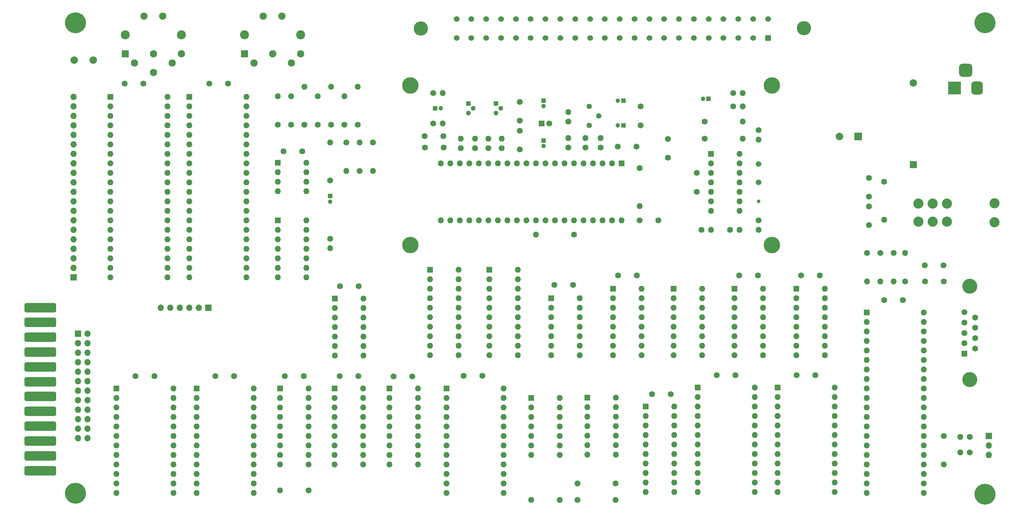
<source format=gbr>
%TF.GenerationSoftware,KiCad,Pcbnew,(6.0.4-0)*%
%TF.CreationDate,2022-05-16T08:16:05-04:00*%
%TF.ProjectId,VIC20Reloaded-1.1-002,56494332-3052-4656-9c6f-616465642d31,1.1-002D*%
%TF.SameCoordinates,Original*%
%TF.FileFunction,Soldermask,Bot*%
%TF.FilePolarity,Negative*%
%FSLAX46Y46*%
G04 Gerber Fmt 4.6, Leading zero omitted, Abs format (unit mm)*
G04 Created by KiCad (PCBNEW (6.0.4-0)) date 2022-05-16 08:16:05*
%MOMM*%
%LPD*%
G01*
G04 APERTURE LIST*
G04 Aperture macros list*
%AMRoundRect*
0 Rectangle with rounded corners*
0 $1 Rounding radius*
0 $2 $3 $4 $5 $6 $7 $8 $9 X,Y pos of 4 corners*
0 Add a 4 corners polygon primitive as box body*
4,1,4,$2,$3,$4,$5,$6,$7,$8,$9,$2,$3,0*
0 Add four circle primitives for the rounded corners*
1,1,$1+$1,$2,$3*
1,1,$1+$1,$4,$5*
1,1,$1+$1,$6,$7*
1,1,$1+$1,$8,$9*
0 Add four rect primitives between the rounded corners*
20,1,$1+$1,$2,$3,$4,$5,0*
20,1,$1+$1,$4,$5,$6,$7,0*
20,1,$1+$1,$6,$7,$8,$9,0*
20,1,$1+$1,$8,$9,$2,$3,0*%
G04 Aperture macros list end*
%ADD10C,1.600000*%
%ADD11R,1.200000X1.200000*%
%ADD12C,1.200000*%
%ADD13R,1.600000X1.600000*%
%ADD14O,1.600000X1.600000*%
%ADD15RoundRect,0.444500X3.784600X-0.800100X3.784600X0.800100X-3.784600X0.800100X-3.784600X-0.800100X0*%
%ADD16C,2.400000*%
%ADD17R,1.950000X1.950000*%
%ADD18C,1.950000*%
%ADD19R,3.500000X3.500000*%
%ADD20RoundRect,0.750000X0.750000X1.000000X-0.750000X1.000000X-0.750000X-1.000000X0.750000X-1.000000X0*%
%ADD21RoundRect,0.875000X0.875000X0.875000X-0.875000X0.875000X-0.875000X-0.875000X0.875000X-0.875000X0*%
%ADD22R,1.700000X1.700000*%
%ADD23O,1.700000X1.700000*%
%ADD24R,1.300000X1.300000*%
%ADD25C,1.300000*%
%ADD26C,1.500000*%
%ADD27C,1.440000*%
%ADD28C,5.600000*%
%ADD29C,2.700000*%
%ADD30C,4.400000*%
%ADD31R,2.000000X2.000000*%
%ADD32C,2.000000*%
%ADD33C,1.000000*%
%ADD34C,4.000000*%
%ADD35R,1.980000X1.980000*%
%ADD36C,1.980000*%
%ADD37R,1.524000X1.524000*%
%ADD38C,1.524000*%
%ADD39C,3.810000*%
G04 APERTURE END LIST*
D10*
X218313000Y-67771000D03*
X218313000Y-72771000D03*
D11*
X177419000Y-48387000D03*
D12*
X177419000Y-49887000D03*
D11*
X221466000Y-47920000D03*
D12*
X219966000Y-47920000D03*
D11*
X198731000Y-48387000D03*
D12*
X197231000Y-48387000D03*
D10*
X203073000Y-80391000D03*
X208073000Y-80391000D03*
X145669000Y-57912000D03*
X150669000Y-57912000D03*
X197231000Y-60706000D03*
X202231000Y-60706000D03*
D11*
X177419000Y-59055000D03*
D12*
X177419000Y-60555000D03*
D10*
X171069000Y-61468000D03*
X171069000Y-56468000D03*
D13*
X176911000Y-54483000D03*
D10*
X178911000Y-54483000D03*
X113364000Y-122047000D03*
X108364000Y-122047000D03*
X284186000Y-92456000D03*
X279186000Y-92456000D03*
X284226000Y-96774000D03*
X279226000Y-96774000D03*
X142367000Y-122174000D03*
X137367000Y-122174000D03*
X127969000Y-122047000D03*
X122969000Y-122047000D03*
X73486000Y-122047000D03*
X68486000Y-122047000D03*
X128016000Y-98044000D03*
X123016000Y-98044000D03*
X161036000Y-121969000D03*
X156036000Y-121969000D03*
X251126000Y-95123000D03*
X246126000Y-95123000D03*
X88138000Y-43815000D03*
X93138000Y-43815000D03*
X70532000Y-43815000D03*
X65532000Y-43815000D03*
X112950000Y-61976000D03*
X107950000Y-61976000D03*
D11*
X120396000Y-73914000D03*
D12*
X120396000Y-75414000D03*
D10*
X94742000Y-122047000D03*
X89742000Y-122047000D03*
X180293000Y-97663000D03*
X185293000Y-97663000D03*
X210566000Y-63674000D03*
X210566000Y-58674000D03*
X203327000Y-54991000D03*
X203327000Y-49991000D03*
X291211000Y-138303000D03*
D14*
X288671000Y-138303000D03*
D10*
X291211000Y-142494000D03*
D14*
X288671000Y-142494000D03*
D10*
X220450000Y-58588000D03*
D14*
X230610000Y-58588000D03*
D10*
X219583000Y-82931000D03*
D14*
X222123000Y-82931000D03*
D10*
X120396000Y-69723000D03*
D14*
X120396000Y-59563000D03*
D10*
X184023000Y-60960000D03*
D14*
X184023000Y-58420000D03*
D10*
X185547000Y-84201000D03*
D14*
X175387000Y-84201000D03*
D10*
X120396000Y-85344000D03*
D14*
X120396000Y-87884000D03*
D10*
X186436000Y-155194000D03*
D14*
X196596000Y-155194000D03*
D10*
X196596000Y-150749000D03*
D14*
X186436000Y-150749000D03*
D15*
X43055000Y-103765800D03*
X43055000Y-107728200D03*
X43055000Y-111690600D03*
X43055000Y-115653000D03*
X43055000Y-119615400D03*
X43055000Y-123577800D03*
X43055000Y-127540200D03*
X43055000Y-131502600D03*
X43055000Y-135465000D03*
X43055000Y-139427400D03*
X43055000Y-143389800D03*
X43030000Y-147379200D03*
D16*
X80732000Y-30854000D03*
X65732000Y-30854000D03*
D17*
X65732000Y-35854000D03*
D18*
X68232000Y-38354000D03*
X73232000Y-35854000D03*
X78232000Y-38354000D03*
X80732000Y-35854000D03*
X73232000Y-40854000D03*
X75732000Y-25854000D03*
X70732000Y-25854000D03*
D19*
X287116000Y-45021500D03*
D20*
X293116000Y-45021500D03*
D21*
X290116000Y-40321500D03*
D22*
X51943000Y-95631000D03*
D23*
X51943000Y-93091000D03*
X51943000Y-90551000D03*
X51943000Y-88011000D03*
X51943000Y-85471000D03*
X51943000Y-82931000D03*
X51943000Y-80391000D03*
X51943000Y-77851000D03*
X51943000Y-75311000D03*
X51943000Y-72771000D03*
X51943000Y-70231000D03*
X51943000Y-67691000D03*
X51943000Y-65151000D03*
X51943000Y-62611000D03*
X51943000Y-60071000D03*
X51943000Y-57531000D03*
X51943000Y-54991000D03*
X51943000Y-52451000D03*
X51943000Y-49911000D03*
X51943000Y-47371000D03*
D24*
X164719000Y-49149000D03*
D25*
X165989000Y-50419000D03*
X164719000Y-51689000D03*
D10*
X263732000Y-89154000D03*
D14*
X263732000Y-96774000D03*
D10*
X267288000Y-89154000D03*
D14*
X267288000Y-96774000D03*
D10*
X270844000Y-89154000D03*
D14*
X270844000Y-96774000D03*
D10*
X228070000Y-46396000D03*
D14*
X230610000Y-46396000D03*
D10*
X228070000Y-49952000D03*
D14*
X230610000Y-49952000D03*
D10*
X234823000Y-56261000D03*
D14*
X234823000Y-58801000D03*
D10*
X155321000Y-61087000D03*
D14*
X155321000Y-58547000D03*
D10*
X188595000Y-60960000D03*
D14*
X188595000Y-58420000D03*
D10*
X162687000Y-61087000D03*
D14*
X162687000Y-58547000D03*
D10*
X159131000Y-61087000D03*
D14*
X159131000Y-58547000D03*
D10*
X273892000Y-96774000D03*
D14*
X273892000Y-89154000D03*
D10*
X174070000Y-155194000D03*
D14*
X181690000Y-155194000D03*
D10*
X106426000Y-54864000D03*
D14*
X106426000Y-47244000D03*
D10*
X284226000Y-138049000D03*
D14*
X284226000Y-145669000D03*
D10*
X131826000Y-59563000D03*
D14*
X131826000Y-67183000D03*
D10*
X128270000Y-67183000D03*
D14*
X128270000Y-59563000D03*
D10*
X124714000Y-59563000D03*
D14*
X124714000Y-67183000D03*
D10*
X147955000Y-54483000D03*
D14*
X150495000Y-54483000D03*
D10*
X234823000Y-80391000D03*
D14*
X234823000Y-82931000D03*
D10*
X114681000Y-152654000D03*
D14*
X107061000Y-152654000D03*
D10*
X147955000Y-46355000D03*
D14*
X150495000Y-46355000D03*
D13*
X84789000Y-125349000D03*
D14*
X84789000Y-127889000D03*
X84789000Y-130429000D03*
X84789000Y-132969000D03*
X84789000Y-135509000D03*
X84789000Y-138049000D03*
X84789000Y-140589000D03*
X84789000Y-143129000D03*
X84789000Y-145669000D03*
X84789000Y-148209000D03*
X84789000Y-150749000D03*
X84789000Y-153289000D03*
X100029000Y-153289000D03*
X100029000Y-150749000D03*
X100029000Y-148209000D03*
X100029000Y-145669000D03*
X100029000Y-143129000D03*
X100029000Y-140589000D03*
X100029000Y-138049000D03*
X100029000Y-135509000D03*
X100029000Y-132969000D03*
X100029000Y-130429000D03*
X100029000Y-127889000D03*
X100029000Y-125349000D03*
D13*
X63326000Y-125349000D03*
D14*
X63326000Y-127889000D03*
X63326000Y-130429000D03*
X63326000Y-132969000D03*
X63326000Y-135509000D03*
X63326000Y-138049000D03*
X63326000Y-140589000D03*
X63326000Y-143129000D03*
X63326000Y-145669000D03*
X63326000Y-148209000D03*
X63326000Y-150749000D03*
X63326000Y-153289000D03*
X78566000Y-153289000D03*
X78566000Y-150749000D03*
X78566000Y-148209000D03*
X78566000Y-145669000D03*
X78566000Y-143129000D03*
X78566000Y-140589000D03*
X78566000Y-138049000D03*
X78566000Y-135509000D03*
X78566000Y-132969000D03*
X78566000Y-130429000D03*
X78566000Y-127889000D03*
X78566000Y-125349000D03*
D13*
X61722000Y-47371000D03*
D14*
X61722000Y-49911000D03*
X61722000Y-52451000D03*
X61722000Y-54991000D03*
X61722000Y-57531000D03*
X61722000Y-60071000D03*
X61722000Y-62611000D03*
X61722000Y-65151000D03*
X61722000Y-67691000D03*
X61722000Y-70231000D03*
X61722000Y-72771000D03*
X61722000Y-75311000D03*
X61722000Y-77851000D03*
X61722000Y-80391000D03*
X61722000Y-82931000D03*
X61722000Y-85471000D03*
X61722000Y-88011000D03*
X61722000Y-90551000D03*
X61722000Y-93091000D03*
X61722000Y-95631000D03*
X76962000Y-95631000D03*
X76962000Y-93091000D03*
X76962000Y-90551000D03*
X76962000Y-88011000D03*
X76962000Y-85471000D03*
X76962000Y-82931000D03*
X76962000Y-80391000D03*
X76962000Y-77851000D03*
X76962000Y-75311000D03*
X76962000Y-72771000D03*
X76962000Y-70231000D03*
X76962000Y-67691000D03*
X76962000Y-65151000D03*
X76962000Y-62611000D03*
X76962000Y-60071000D03*
X76962000Y-57531000D03*
X76962000Y-54991000D03*
X76962000Y-52451000D03*
X76962000Y-49911000D03*
X76962000Y-47371000D03*
D13*
X82804000Y-47371000D03*
D14*
X82804000Y-49911000D03*
X82804000Y-52451000D03*
X82804000Y-54991000D03*
X82804000Y-57531000D03*
X82804000Y-60071000D03*
X82804000Y-62611000D03*
X82804000Y-65151000D03*
X82804000Y-67691000D03*
X82804000Y-70231000D03*
X82804000Y-72771000D03*
X82804000Y-75311000D03*
X82804000Y-77851000D03*
X82804000Y-80391000D03*
X82804000Y-82931000D03*
X82804000Y-85471000D03*
X82804000Y-88011000D03*
X82804000Y-90551000D03*
X82804000Y-93091000D03*
X82804000Y-95631000D03*
X98044000Y-95631000D03*
X98044000Y-93091000D03*
X98044000Y-90551000D03*
X98044000Y-88011000D03*
X98044000Y-85471000D03*
X98044000Y-82931000D03*
X98044000Y-80391000D03*
X98044000Y-77851000D03*
X98044000Y-75311000D03*
X98044000Y-72771000D03*
X98044000Y-70231000D03*
X98044000Y-67691000D03*
X98044000Y-65151000D03*
X98044000Y-62611000D03*
X98044000Y-60071000D03*
X98044000Y-57531000D03*
X98044000Y-54991000D03*
X98044000Y-52451000D03*
X98044000Y-49911000D03*
X98044000Y-47371000D03*
D13*
X106426000Y-65024000D03*
D14*
X106426000Y-67564000D03*
X106426000Y-70104000D03*
X106426000Y-72644000D03*
X114046000Y-72644000D03*
X114046000Y-70104000D03*
X114046000Y-67564000D03*
X114046000Y-65024000D03*
D13*
X198247000Y-65151000D03*
D14*
X195707000Y-65151000D03*
X193167000Y-65151000D03*
X190627000Y-65151000D03*
X188087000Y-65151000D03*
X185547000Y-65151000D03*
X183007000Y-65151000D03*
X180467000Y-65151000D03*
X177927000Y-65151000D03*
X175387000Y-65151000D03*
X172847000Y-65151000D03*
X170307000Y-65151000D03*
X167767000Y-65151000D03*
X165227000Y-65151000D03*
X162687000Y-65151000D03*
X160147000Y-65151000D03*
X157607000Y-65151000D03*
X155067000Y-65151000D03*
X152527000Y-65151000D03*
X149987000Y-65151000D03*
X149987000Y-80391000D03*
X152527000Y-80391000D03*
X155067000Y-80391000D03*
X157607000Y-80391000D03*
X160147000Y-80391000D03*
X162687000Y-80391000D03*
X165227000Y-80391000D03*
X167767000Y-80391000D03*
X170307000Y-80391000D03*
X172847000Y-80391000D03*
X175387000Y-80391000D03*
X177927000Y-80391000D03*
X180467000Y-80391000D03*
X183007000Y-80391000D03*
X185547000Y-80391000D03*
X188087000Y-80391000D03*
X190627000Y-80391000D03*
X193167000Y-80391000D03*
X195707000Y-80391000D03*
X198247000Y-80391000D03*
D13*
X222123000Y-62611000D03*
D14*
X222123000Y-65151000D03*
X222123000Y-67691000D03*
X222123000Y-70231000D03*
X222123000Y-72771000D03*
X222123000Y-75311000D03*
X222123000Y-77851000D03*
X229743000Y-77851000D03*
X229743000Y-75311000D03*
X229743000Y-72771000D03*
X229743000Y-70231000D03*
X229743000Y-67691000D03*
X229743000Y-65151000D03*
X229743000Y-62611000D03*
D13*
X244866000Y-98679000D03*
D14*
X244866000Y-101219000D03*
X244866000Y-103759000D03*
X244866000Y-106299000D03*
X244866000Y-108839000D03*
X244866000Y-111379000D03*
X244866000Y-113919000D03*
X244866000Y-116459000D03*
X252486000Y-116459000D03*
X252486000Y-113919000D03*
X252486000Y-111379000D03*
X252486000Y-108839000D03*
X252486000Y-106299000D03*
X252486000Y-103759000D03*
X252486000Y-101219000D03*
X252486000Y-98679000D03*
D13*
X151464000Y-125349000D03*
D14*
X151464000Y-127889000D03*
X151464000Y-130429000D03*
X151464000Y-132969000D03*
X151464000Y-135509000D03*
X151464000Y-138049000D03*
X151464000Y-140589000D03*
X151464000Y-143129000D03*
X151464000Y-145669000D03*
X151464000Y-148209000D03*
X151464000Y-150749000D03*
X151464000Y-153289000D03*
X166704000Y-153289000D03*
X166704000Y-150749000D03*
X166704000Y-148209000D03*
X166704000Y-145669000D03*
X166704000Y-143129000D03*
X166704000Y-140589000D03*
X166704000Y-138049000D03*
X166704000Y-135509000D03*
X166704000Y-132969000D03*
X166704000Y-130429000D03*
X166704000Y-127889000D03*
X166704000Y-125349000D03*
D13*
X228346000Y-98679000D03*
D14*
X228346000Y-101219000D03*
X228346000Y-103759000D03*
X228346000Y-106299000D03*
X228346000Y-108839000D03*
X228346000Y-111379000D03*
X228346000Y-113919000D03*
X228346000Y-116459000D03*
X235966000Y-116459000D03*
X235966000Y-113919000D03*
X235966000Y-111379000D03*
X235966000Y-108839000D03*
X235966000Y-106299000D03*
X235966000Y-103759000D03*
X235966000Y-101219000D03*
X235966000Y-98679000D03*
D13*
X162941000Y-93599000D03*
D14*
X162941000Y-96139000D03*
X162941000Y-98679000D03*
X162941000Y-101219000D03*
X162941000Y-103759000D03*
X162941000Y-106299000D03*
X162941000Y-108839000D03*
X162941000Y-111379000D03*
X162941000Y-113919000D03*
X162941000Y-116459000D03*
X170561000Y-116459000D03*
X170561000Y-113919000D03*
X170561000Y-111379000D03*
X170561000Y-108839000D03*
X170561000Y-106299000D03*
X170561000Y-103759000D03*
X170561000Y-101219000D03*
X170561000Y-98679000D03*
X170561000Y-96139000D03*
X170561000Y-93599000D03*
D13*
X263652000Y-105029000D03*
D14*
X263652000Y-107569000D03*
X263652000Y-110109000D03*
X263652000Y-112649000D03*
X263652000Y-115189000D03*
X263652000Y-117729000D03*
X263652000Y-120269000D03*
X263652000Y-122809000D03*
X263652000Y-125349000D03*
X263652000Y-127889000D03*
X263652000Y-130429000D03*
X263652000Y-132969000D03*
X263652000Y-135509000D03*
X263652000Y-138049000D03*
X263652000Y-140589000D03*
X263652000Y-143129000D03*
X263652000Y-145669000D03*
X263652000Y-148209000D03*
X263652000Y-150749000D03*
X263652000Y-153289000D03*
X278892000Y-153289000D03*
X278892000Y-150749000D03*
X278892000Y-148209000D03*
X278892000Y-145669000D03*
X278892000Y-143129000D03*
X278892000Y-140589000D03*
X278892000Y-138049000D03*
X278892000Y-135509000D03*
X278892000Y-132969000D03*
X278892000Y-130429000D03*
X278892000Y-127889000D03*
X278892000Y-125349000D03*
X278892000Y-122809000D03*
X278892000Y-120269000D03*
X278892000Y-117729000D03*
X278892000Y-115189000D03*
X278892000Y-112649000D03*
X278892000Y-110109000D03*
X278892000Y-107569000D03*
X278892000Y-105029000D03*
D13*
X204677000Y-130224000D03*
D14*
X204677000Y-132764000D03*
X204677000Y-135304000D03*
X204677000Y-137844000D03*
X204677000Y-140384000D03*
X204677000Y-142924000D03*
X204677000Y-145464000D03*
X204677000Y-148004000D03*
X204677000Y-150544000D03*
X204677000Y-153084000D03*
X212297000Y-153084000D03*
X212297000Y-150544000D03*
X212297000Y-148004000D03*
X212297000Y-145464000D03*
X212297000Y-142924000D03*
X212297000Y-140384000D03*
X212297000Y-137844000D03*
X212297000Y-135304000D03*
X212297000Y-132764000D03*
X212297000Y-130224000D03*
D13*
X212090000Y-98679000D03*
D14*
X212090000Y-101219000D03*
X212090000Y-103759000D03*
X212090000Y-106299000D03*
X212090000Y-108839000D03*
X212090000Y-111379000D03*
X212090000Y-113919000D03*
X212090000Y-116459000D03*
X219710000Y-116459000D03*
X219710000Y-113919000D03*
X219710000Y-111379000D03*
X219710000Y-108839000D03*
X219710000Y-106299000D03*
X219710000Y-103759000D03*
X219710000Y-101219000D03*
X219710000Y-98679000D03*
D13*
X121666000Y-101346000D03*
D14*
X121666000Y-103886000D03*
X121666000Y-106426000D03*
X121666000Y-108966000D03*
X121666000Y-111506000D03*
X121666000Y-114046000D03*
X121666000Y-116586000D03*
X129286000Y-116586000D03*
X129286000Y-114046000D03*
X129286000Y-111506000D03*
X129286000Y-108966000D03*
X129286000Y-106426000D03*
X129286000Y-103886000D03*
X129286000Y-101346000D03*
D13*
X107014000Y-125349000D03*
D14*
X107014000Y-127889000D03*
X107014000Y-130429000D03*
X107014000Y-132969000D03*
X107014000Y-135509000D03*
X107014000Y-138049000D03*
X107014000Y-140589000D03*
X107014000Y-143129000D03*
X107014000Y-145669000D03*
X114634000Y-145669000D03*
X114634000Y-143129000D03*
X114634000Y-140589000D03*
X114634000Y-138049000D03*
X114634000Y-135509000D03*
X114634000Y-132969000D03*
X114634000Y-130429000D03*
X114634000Y-127889000D03*
X114634000Y-125349000D03*
D13*
X136224000Y-125349000D03*
D14*
X136224000Y-127889000D03*
X136224000Y-130429000D03*
X136224000Y-132969000D03*
X136224000Y-135509000D03*
X136224000Y-138049000D03*
X136224000Y-140589000D03*
X136224000Y-143129000D03*
X136224000Y-145669000D03*
X143844000Y-145669000D03*
X143844000Y-143129000D03*
X143844000Y-140589000D03*
X143844000Y-138049000D03*
X143844000Y-135509000D03*
X143844000Y-132969000D03*
X143844000Y-130429000D03*
X143844000Y-127889000D03*
X143844000Y-125349000D03*
D13*
X121619000Y-125349000D03*
D14*
X121619000Y-127889000D03*
X121619000Y-130429000D03*
X121619000Y-132969000D03*
X121619000Y-135509000D03*
X121619000Y-138049000D03*
X121619000Y-140589000D03*
X121619000Y-143129000D03*
X121619000Y-145669000D03*
X129239000Y-145669000D03*
X129239000Y-143129000D03*
X129239000Y-140589000D03*
X129239000Y-138049000D03*
X129239000Y-135509000D03*
X129239000Y-132969000D03*
X129239000Y-130429000D03*
X129239000Y-127889000D03*
X129239000Y-125349000D03*
D13*
X195961000Y-98679000D03*
D14*
X195961000Y-101219000D03*
X195961000Y-103759000D03*
X195961000Y-106299000D03*
X195961000Y-108839000D03*
X195961000Y-111379000D03*
X195961000Y-113919000D03*
X195961000Y-116459000D03*
X203581000Y-116459000D03*
X203581000Y-113919000D03*
X203581000Y-111379000D03*
X203581000Y-108839000D03*
X203581000Y-106299000D03*
X203581000Y-103759000D03*
X203581000Y-101219000D03*
X203581000Y-98679000D03*
D10*
X220450000Y-54016000D03*
D14*
X230610000Y-54016000D03*
D10*
X166243000Y-61087000D03*
D14*
X166243000Y-58547000D03*
D10*
X203073000Y-66421000D03*
D14*
X203073000Y-76581000D03*
D10*
X192659000Y-60960000D03*
D14*
X192659000Y-58420000D03*
D10*
X273304000Y-101727000D03*
X268304000Y-101727000D03*
X206328000Y-126922000D03*
X211328000Y-126922000D03*
X145749000Y-60960000D03*
X150749000Y-60960000D03*
D11*
X148487000Y-50419000D03*
D12*
X149987000Y-50419000D03*
D10*
X171069000Y-48768000D03*
X171069000Y-53768000D03*
X184023000Y-53975000D03*
D14*
X184023000Y-51435000D03*
D24*
X157353000Y-49149000D03*
D25*
X158623000Y-50419000D03*
X157353000Y-51689000D03*
D11*
X198755000Y-54991000D03*
D12*
X197255000Y-54991000D03*
D10*
X234616000Y-95123000D03*
X229616000Y-95123000D03*
X120650000Y-54864000D03*
D14*
X120650000Y-44704000D03*
D10*
X127762000Y-54864000D03*
D14*
X127762000Y-44704000D03*
D10*
X113538000Y-54864000D03*
D14*
X113538000Y-44704000D03*
D10*
X117094000Y-54864000D03*
D14*
X117094000Y-47244000D03*
D10*
X124206000Y-54864000D03*
D14*
X124206000Y-47244000D03*
D10*
X109982000Y-54864000D03*
D14*
X109982000Y-47244000D03*
D16*
X112576000Y-30854000D03*
X97576000Y-30854000D03*
D17*
X97576000Y-35854000D03*
D18*
X105076000Y-35854000D03*
X112576000Y-35854000D03*
X100076000Y-38354000D03*
X110076000Y-38354000D03*
X107576000Y-25854000D03*
X102576000Y-25854000D03*
D26*
X234823000Y-70231000D03*
X234823000Y-65331000D03*
D27*
X189611000Y-49911000D03*
X192151000Y-52451000D03*
X189611000Y-54991000D03*
D28*
X52451000Y-27559000D03*
X52451000Y-153416000D03*
X295275000Y-27559000D03*
D22*
X296291000Y-138049000D03*
D23*
X296291000Y-140589000D03*
X296291000Y-143129000D03*
D29*
X285115000Y-80759000D03*
X281305000Y-80759000D03*
X277495000Y-80759000D03*
X285115000Y-75959000D03*
X281305000Y-75959000D03*
X277495000Y-75959000D03*
X297815000Y-80899000D03*
X297815000Y-75819000D03*
D30*
X238379000Y-44323000D03*
X238379000Y-86995000D03*
D10*
X227203000Y-82931000D03*
D14*
X229743000Y-82931000D03*
D10*
X264287000Y-69088000D03*
X264287000Y-74088000D03*
X264287000Y-81708000D03*
X264287000Y-76708000D03*
D31*
X261366000Y-57959000D03*
D32*
X256366000Y-57959000D03*
D10*
X268351000Y-70104000D03*
D14*
X268351000Y-80264000D03*
D30*
X141859000Y-44323000D03*
D13*
X147066000Y-93599000D03*
D14*
X147066000Y-96139000D03*
X147066000Y-98679000D03*
X147066000Y-101219000D03*
X147066000Y-103759000D03*
X147066000Y-106299000D03*
X147066000Y-108839000D03*
X147066000Y-111379000D03*
X147066000Y-113919000D03*
X147066000Y-116459000D03*
X154686000Y-116459000D03*
X154686000Y-113919000D03*
X154686000Y-111379000D03*
X154686000Y-108839000D03*
X154686000Y-106299000D03*
X154686000Y-103759000D03*
X154686000Y-101219000D03*
X154686000Y-98679000D03*
X154686000Y-96139000D03*
X154686000Y-93599000D03*
D33*
X234823000Y-75311000D03*
D22*
X87884000Y-103759000D03*
D23*
X85344000Y-103759000D03*
X82804000Y-103759000D03*
X80264000Y-103759000D03*
X77724000Y-103759000D03*
X75184000Y-103759000D03*
D30*
X141859000Y-86995000D03*
D28*
X295275000Y-153670000D03*
D10*
X197271000Y-95123000D03*
X202271000Y-95123000D03*
D13*
X239856000Y-125144000D03*
D14*
X239856000Y-127684000D03*
X239856000Y-130224000D03*
X239856000Y-132764000D03*
X239856000Y-135304000D03*
X239856000Y-137844000D03*
X239856000Y-140384000D03*
X239856000Y-142924000D03*
X239856000Y-145464000D03*
X239856000Y-148004000D03*
X239856000Y-150544000D03*
X239856000Y-153084000D03*
X255096000Y-153084000D03*
X255096000Y-150544000D03*
X255096000Y-148004000D03*
X255096000Y-145464000D03*
X255096000Y-142924000D03*
X255096000Y-140384000D03*
X255096000Y-137844000D03*
X255096000Y-135304000D03*
X255096000Y-132764000D03*
X255096000Y-130224000D03*
X255096000Y-127684000D03*
X255096000Y-125144000D03*
D10*
X249936000Y-121842000D03*
X244936000Y-121842000D03*
X228600000Y-121842000D03*
X223600000Y-121842000D03*
D13*
X218520000Y-125144000D03*
D14*
X218520000Y-127684000D03*
X218520000Y-130224000D03*
X218520000Y-132764000D03*
X218520000Y-135304000D03*
X218520000Y-137844000D03*
X218520000Y-140384000D03*
X218520000Y-142924000D03*
X218520000Y-145464000D03*
X218520000Y-148004000D03*
X218520000Y-150544000D03*
X218520000Y-153084000D03*
X233760000Y-153084000D03*
X233760000Y-150544000D03*
X233760000Y-148004000D03*
X233760000Y-145464000D03*
X233760000Y-142924000D03*
X233760000Y-140384000D03*
X233760000Y-137844000D03*
X233760000Y-135304000D03*
X233760000Y-132764000D03*
X233760000Y-130224000D03*
X233760000Y-127684000D03*
X233760000Y-125144000D03*
D34*
X291211000Y-98044000D03*
X291211000Y-123044000D03*
D13*
X289791000Y-116084000D03*
D10*
X289791000Y-113314000D03*
X289791000Y-110544000D03*
X289791000Y-107774000D03*
X289791000Y-105004000D03*
X292631000Y-114699000D03*
X292631000Y-111929000D03*
X292631000Y-109159000D03*
X292631000Y-106389000D03*
D13*
X179451000Y-101219000D03*
D14*
X179451000Y-103759000D03*
X179451000Y-106299000D03*
X179451000Y-108839000D03*
X179451000Y-111379000D03*
X179451000Y-113919000D03*
X179451000Y-116459000D03*
X187071000Y-116459000D03*
X187071000Y-113919000D03*
X187071000Y-111379000D03*
X187071000Y-108839000D03*
X187071000Y-106299000D03*
X187071000Y-103759000D03*
X187071000Y-101219000D03*
D32*
X52070000Y-37582000D03*
X57150000Y-37592000D03*
D13*
X189056000Y-127811000D03*
D14*
X189056000Y-130351000D03*
X189056000Y-132891000D03*
X189056000Y-135431000D03*
X189056000Y-137971000D03*
X189056000Y-140511000D03*
X189056000Y-143051000D03*
X196676000Y-143051000D03*
X196676000Y-140511000D03*
X196676000Y-137971000D03*
X196676000Y-135431000D03*
X196676000Y-132891000D03*
X196676000Y-130351000D03*
X196676000Y-127811000D03*
D22*
X53086000Y-110744000D03*
D23*
X55626000Y-110744000D03*
X53086000Y-113284000D03*
X55626000Y-113284000D03*
X53086000Y-115824000D03*
X55626000Y-115824000D03*
X53086000Y-118364000D03*
X55626000Y-118364000D03*
X53086000Y-120904000D03*
X55626000Y-120904000D03*
X53086000Y-123444000D03*
X55626000Y-123444000D03*
X53086000Y-125984000D03*
X55626000Y-125984000D03*
X53086000Y-128524000D03*
X55626000Y-128524000D03*
X53086000Y-131064000D03*
X55626000Y-131064000D03*
X53086000Y-133604000D03*
X55626000Y-133604000D03*
X53086000Y-136144000D03*
X55626000Y-136144000D03*
X53086000Y-138684000D03*
X55626000Y-138684000D03*
D35*
X276098000Y-65528000D03*
D36*
X276098000Y-43688000D03*
D13*
X106426000Y-80391000D03*
D14*
X106426000Y-82931000D03*
X106426000Y-85471000D03*
X106426000Y-88011000D03*
X106426000Y-90551000D03*
X106426000Y-93091000D03*
X106426000Y-95631000D03*
X114046000Y-95631000D03*
X114046000Y-93091000D03*
X114046000Y-90551000D03*
X114046000Y-88011000D03*
X114046000Y-85471000D03*
X114046000Y-82931000D03*
X114046000Y-80391000D03*
D13*
X174070000Y-127889000D03*
D14*
X174070000Y-130429000D03*
X174070000Y-132969000D03*
X174070000Y-135509000D03*
X174070000Y-138049000D03*
X174070000Y-140589000D03*
X174070000Y-143129000D03*
X181690000Y-143129000D03*
X181690000Y-140589000D03*
X181690000Y-138049000D03*
X181690000Y-135509000D03*
X181690000Y-132969000D03*
X181690000Y-130429000D03*
X181690000Y-127889000D03*
D37*
X237338000Y-31623000D03*
D38*
X237338000Y-26543000D03*
X233378000Y-31623000D03*
X233378000Y-26543000D03*
X229418000Y-31623000D03*
X229418000Y-26543000D03*
X225458000Y-31623000D03*
X225458000Y-26543000D03*
X221498000Y-31623000D03*
X221498000Y-26543000D03*
X217538000Y-31623000D03*
X217538000Y-26543000D03*
X213578000Y-31623000D03*
X213578000Y-26543000D03*
X209618000Y-31623000D03*
X209618000Y-26543000D03*
X205658000Y-31623000D03*
X205658000Y-26543000D03*
X201698000Y-31623000D03*
X201698000Y-26543000D03*
X197738000Y-31623000D03*
X197738000Y-26543000D03*
X193778000Y-31623000D03*
X193778000Y-26543000D03*
X189818000Y-31623000D03*
X189818000Y-26543000D03*
X185858000Y-31623000D03*
X185858000Y-26543000D03*
X181898000Y-31623000D03*
X181898000Y-26543000D03*
X177938000Y-31623000D03*
X177938000Y-26543000D03*
X173978000Y-31623000D03*
X173978000Y-26543000D03*
X170018000Y-31623000D03*
X170018000Y-26543000D03*
X166058000Y-31623000D03*
X166058000Y-26543000D03*
X162098000Y-31623000D03*
X162098000Y-26543000D03*
X158138000Y-31623000D03*
X158138000Y-26543000D03*
X154178000Y-31623000D03*
X154178000Y-26543000D03*
D39*
X246882500Y-29019500D03*
X144601500Y-29083000D03*
M02*

</source>
